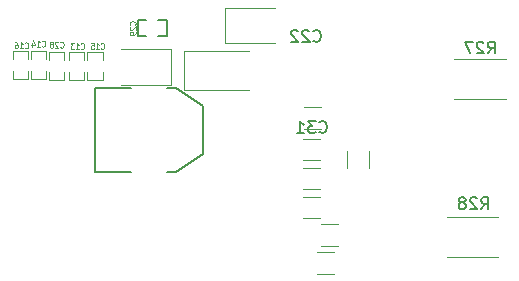
<source format=gbr>
%TF.GenerationSoftware,KiCad,Pcbnew,9.0.2*%
%TF.CreationDate,2025-10-22T09:47:41+03:00*%
%TF.ProjectId,aair_gimb_pcb,61616972-5f67-4696-9d62-5f7063622e6b,rev?*%
%TF.SameCoordinates,Original*%
%TF.FileFunction,Legend,Bot*%
%TF.FilePolarity,Positive*%
%FSLAX46Y46*%
G04 Gerber Fmt 4.6, Leading zero omitted, Abs format (unit mm)*
G04 Created by KiCad (PCBNEW 9.0.2) date 2025-10-22 09:47:41*
%MOMM*%
%LPD*%
G01*
G04 APERTURE LIST*
%ADD10C,0.114300*%
%ADD11C,0.150000*%
%ADD12C,0.120000*%
%ADD13C,0.127000*%
%ADD14C,0.119380*%
%ADD15C,0.203200*%
G04 APERTURE END LIST*
D10*
X155130886Y-67280085D02*
X155154714Y-67258313D01*
X155154714Y-67258313D02*
X155178541Y-67192999D01*
X155178541Y-67192999D02*
X155178541Y-67149456D01*
X155178541Y-67149456D02*
X155154714Y-67084142D01*
X155154714Y-67084142D02*
X155107058Y-67040599D01*
X155107058Y-67040599D02*
X155059403Y-67018828D01*
X155059403Y-67018828D02*
X154964093Y-66997056D01*
X154964093Y-66997056D02*
X154892610Y-66997056D01*
X154892610Y-66997056D02*
X154797299Y-67018828D01*
X154797299Y-67018828D02*
X154749644Y-67040599D01*
X154749644Y-67040599D02*
X154701989Y-67084142D01*
X154701989Y-67084142D02*
X154678161Y-67149456D01*
X154678161Y-67149456D02*
X154678161Y-67192999D01*
X154678161Y-67192999D02*
X154701989Y-67258313D01*
X154701989Y-67258313D02*
X154725816Y-67280085D01*
X154725816Y-67454256D02*
X154701989Y-67476028D01*
X154701989Y-67476028D02*
X154678161Y-67519571D01*
X154678161Y-67519571D02*
X154678161Y-67628428D01*
X154678161Y-67628428D02*
X154701989Y-67671971D01*
X154701989Y-67671971D02*
X154725816Y-67693742D01*
X154725816Y-67693742D02*
X154773472Y-67715513D01*
X154773472Y-67715513D02*
X154821127Y-67715513D01*
X154821127Y-67715513D02*
X154892610Y-67693742D01*
X154892610Y-67693742D02*
X155178541Y-67432485D01*
X155178541Y-67432485D02*
X155178541Y-67715513D01*
X155178541Y-67933228D02*
X155178541Y-68020314D01*
X155178541Y-68020314D02*
X155154714Y-68063857D01*
X155154714Y-68063857D02*
X155130886Y-68085628D01*
X155130886Y-68085628D02*
X155059403Y-68129171D01*
X155059403Y-68129171D02*
X154964093Y-68150942D01*
X154964093Y-68150942D02*
X154773472Y-68150942D01*
X154773472Y-68150942D02*
X154725816Y-68129171D01*
X154725816Y-68129171D02*
X154701989Y-68107400D01*
X154701989Y-68107400D02*
X154678161Y-68063857D01*
X154678161Y-68063857D02*
X154678161Y-67976771D01*
X154678161Y-67976771D02*
X154701989Y-67933228D01*
X154701989Y-67933228D02*
X154725816Y-67911457D01*
X154725816Y-67911457D02*
X154773472Y-67889685D01*
X154773472Y-67889685D02*
X154892610Y-67889685D01*
X154892610Y-67889685D02*
X154940265Y-67911457D01*
X154940265Y-67911457D02*
X154964093Y-67933228D01*
X154964093Y-67933228D02*
X154987920Y-67976771D01*
X154987920Y-67976771D02*
X154987920Y-68063857D01*
X154987920Y-68063857D02*
X154964093Y-68107400D01*
X154964093Y-68107400D02*
X154940265Y-68129171D01*
X154940265Y-68129171D02*
X154892610Y-68150942D01*
D11*
X184442857Y-82904819D02*
X184776190Y-82428628D01*
X185014285Y-82904819D02*
X185014285Y-81904819D01*
X185014285Y-81904819D02*
X184633333Y-81904819D01*
X184633333Y-81904819D02*
X184538095Y-81952438D01*
X184538095Y-81952438D02*
X184490476Y-82000057D01*
X184490476Y-82000057D02*
X184442857Y-82095295D01*
X184442857Y-82095295D02*
X184442857Y-82238152D01*
X184442857Y-82238152D02*
X184490476Y-82333390D01*
X184490476Y-82333390D02*
X184538095Y-82381009D01*
X184538095Y-82381009D02*
X184633333Y-82428628D01*
X184633333Y-82428628D02*
X185014285Y-82428628D01*
X184061904Y-82000057D02*
X184014285Y-81952438D01*
X184014285Y-81952438D02*
X183919047Y-81904819D01*
X183919047Y-81904819D02*
X183680952Y-81904819D01*
X183680952Y-81904819D02*
X183585714Y-81952438D01*
X183585714Y-81952438D02*
X183538095Y-82000057D01*
X183538095Y-82000057D02*
X183490476Y-82095295D01*
X183490476Y-82095295D02*
X183490476Y-82190533D01*
X183490476Y-82190533D02*
X183538095Y-82333390D01*
X183538095Y-82333390D02*
X184109523Y-82904819D01*
X184109523Y-82904819D02*
X183490476Y-82904819D01*
X182919047Y-82333390D02*
X183014285Y-82285771D01*
X183014285Y-82285771D02*
X183061904Y-82238152D01*
X183061904Y-82238152D02*
X183109523Y-82142914D01*
X183109523Y-82142914D02*
X183109523Y-82095295D01*
X183109523Y-82095295D02*
X183061904Y-82000057D01*
X183061904Y-82000057D02*
X183014285Y-81952438D01*
X183014285Y-81952438D02*
X182919047Y-81904819D01*
X182919047Y-81904819D02*
X182728571Y-81904819D01*
X182728571Y-81904819D02*
X182633333Y-81952438D01*
X182633333Y-81952438D02*
X182585714Y-82000057D01*
X182585714Y-82000057D02*
X182538095Y-82095295D01*
X182538095Y-82095295D02*
X182538095Y-82142914D01*
X182538095Y-82142914D02*
X182585714Y-82238152D01*
X182585714Y-82238152D02*
X182633333Y-82285771D01*
X182633333Y-82285771D02*
X182728571Y-82333390D01*
X182728571Y-82333390D02*
X182919047Y-82333390D01*
X182919047Y-82333390D02*
X183014285Y-82381009D01*
X183014285Y-82381009D02*
X183061904Y-82428628D01*
X183061904Y-82428628D02*
X183109523Y-82523866D01*
X183109523Y-82523866D02*
X183109523Y-82714342D01*
X183109523Y-82714342D02*
X183061904Y-82809580D01*
X183061904Y-82809580D02*
X183014285Y-82857200D01*
X183014285Y-82857200D02*
X182919047Y-82904819D01*
X182919047Y-82904819D02*
X182728571Y-82904819D01*
X182728571Y-82904819D02*
X182633333Y-82857200D01*
X182633333Y-82857200D02*
X182585714Y-82809580D01*
X182585714Y-82809580D02*
X182538095Y-82714342D01*
X182538095Y-82714342D02*
X182538095Y-82523866D01*
X182538095Y-82523866D02*
X182585714Y-82428628D01*
X182585714Y-82428628D02*
X182633333Y-82381009D01*
X182633333Y-82381009D02*
X182728571Y-82333390D01*
D10*
X145793914Y-69242685D02*
X145815686Y-69266876D01*
X145815686Y-69266876D02*
X145881000Y-69291066D01*
X145881000Y-69291066D02*
X145924543Y-69291066D01*
X145924543Y-69291066D02*
X145989857Y-69266876D01*
X145989857Y-69266876D02*
X146033400Y-69218495D01*
X146033400Y-69218495D02*
X146055171Y-69170114D01*
X146055171Y-69170114D02*
X146076943Y-69073352D01*
X146076943Y-69073352D02*
X146076943Y-69000780D01*
X146076943Y-69000780D02*
X146055171Y-68904018D01*
X146055171Y-68904018D02*
X146033400Y-68855637D01*
X146033400Y-68855637D02*
X145989857Y-68807256D01*
X145989857Y-68807256D02*
X145924543Y-68783066D01*
X145924543Y-68783066D02*
X145881000Y-68783066D01*
X145881000Y-68783066D02*
X145815686Y-68807256D01*
X145815686Y-68807256D02*
X145793914Y-68831447D01*
X145358486Y-69291066D02*
X145619743Y-69291066D01*
X145489114Y-69291066D02*
X145489114Y-68783066D01*
X145489114Y-68783066D02*
X145532657Y-68855637D01*
X145532657Y-68855637D02*
X145576200Y-68904018D01*
X145576200Y-68904018D02*
X145619743Y-68928209D01*
X144966600Y-68783066D02*
X145053685Y-68783066D01*
X145053685Y-68783066D02*
X145097228Y-68807256D01*
X145097228Y-68807256D02*
X145119000Y-68831447D01*
X145119000Y-68831447D02*
X145162542Y-68904018D01*
X145162542Y-68904018D02*
X145184314Y-69000780D01*
X145184314Y-69000780D02*
X145184314Y-69194304D01*
X145184314Y-69194304D02*
X145162542Y-69242685D01*
X145162542Y-69242685D02*
X145140771Y-69266876D01*
X145140771Y-69266876D02*
X145097228Y-69291066D01*
X145097228Y-69291066D02*
X145010142Y-69291066D01*
X145010142Y-69291066D02*
X144966600Y-69266876D01*
X144966600Y-69266876D02*
X144944828Y-69242685D01*
X144944828Y-69242685D02*
X144923057Y-69194304D01*
X144923057Y-69194304D02*
X144923057Y-69073352D01*
X144923057Y-69073352D02*
X144944828Y-69024971D01*
X144944828Y-69024971D02*
X144966600Y-69000780D01*
X144966600Y-69000780D02*
X145010142Y-68976590D01*
X145010142Y-68976590D02*
X145097228Y-68976590D01*
X145097228Y-68976590D02*
X145140771Y-69000780D01*
X145140771Y-69000780D02*
X145162542Y-69024971D01*
X145162542Y-69024971D02*
X145184314Y-69073352D01*
D11*
X170232857Y-68659580D02*
X170280476Y-68707200D01*
X170280476Y-68707200D02*
X170423333Y-68754819D01*
X170423333Y-68754819D02*
X170518571Y-68754819D01*
X170518571Y-68754819D02*
X170661428Y-68707200D01*
X170661428Y-68707200D02*
X170756666Y-68611961D01*
X170756666Y-68611961D02*
X170804285Y-68516723D01*
X170804285Y-68516723D02*
X170851904Y-68326247D01*
X170851904Y-68326247D02*
X170851904Y-68183390D01*
X170851904Y-68183390D02*
X170804285Y-67992914D01*
X170804285Y-67992914D02*
X170756666Y-67897676D01*
X170756666Y-67897676D02*
X170661428Y-67802438D01*
X170661428Y-67802438D02*
X170518571Y-67754819D01*
X170518571Y-67754819D02*
X170423333Y-67754819D01*
X170423333Y-67754819D02*
X170280476Y-67802438D01*
X170280476Y-67802438D02*
X170232857Y-67850057D01*
X169851904Y-67850057D02*
X169804285Y-67802438D01*
X169804285Y-67802438D02*
X169709047Y-67754819D01*
X169709047Y-67754819D02*
X169470952Y-67754819D01*
X169470952Y-67754819D02*
X169375714Y-67802438D01*
X169375714Y-67802438D02*
X169328095Y-67850057D01*
X169328095Y-67850057D02*
X169280476Y-67945295D01*
X169280476Y-67945295D02*
X169280476Y-68040533D01*
X169280476Y-68040533D02*
X169328095Y-68183390D01*
X169328095Y-68183390D02*
X169899523Y-68754819D01*
X169899523Y-68754819D02*
X169280476Y-68754819D01*
X168899523Y-67850057D02*
X168851904Y-67802438D01*
X168851904Y-67802438D02*
X168756666Y-67754819D01*
X168756666Y-67754819D02*
X168518571Y-67754819D01*
X168518571Y-67754819D02*
X168423333Y-67802438D01*
X168423333Y-67802438D02*
X168375714Y-67850057D01*
X168375714Y-67850057D02*
X168328095Y-67945295D01*
X168328095Y-67945295D02*
X168328095Y-68040533D01*
X168328095Y-68040533D02*
X168375714Y-68183390D01*
X168375714Y-68183390D02*
X168947142Y-68754819D01*
X168947142Y-68754819D02*
X168328095Y-68754819D01*
D10*
X150543914Y-69304685D02*
X150565686Y-69328876D01*
X150565686Y-69328876D02*
X150631000Y-69353066D01*
X150631000Y-69353066D02*
X150674543Y-69353066D01*
X150674543Y-69353066D02*
X150739857Y-69328876D01*
X150739857Y-69328876D02*
X150783400Y-69280495D01*
X150783400Y-69280495D02*
X150805171Y-69232114D01*
X150805171Y-69232114D02*
X150826943Y-69135352D01*
X150826943Y-69135352D02*
X150826943Y-69062780D01*
X150826943Y-69062780D02*
X150805171Y-68966018D01*
X150805171Y-68966018D02*
X150783400Y-68917637D01*
X150783400Y-68917637D02*
X150739857Y-68869256D01*
X150739857Y-68869256D02*
X150674543Y-68845066D01*
X150674543Y-68845066D02*
X150631000Y-68845066D01*
X150631000Y-68845066D02*
X150565686Y-68869256D01*
X150565686Y-68869256D02*
X150543914Y-68893447D01*
X150108486Y-69353066D02*
X150369743Y-69353066D01*
X150239114Y-69353066D02*
X150239114Y-68845066D01*
X150239114Y-68845066D02*
X150282657Y-68917637D01*
X150282657Y-68917637D02*
X150326200Y-68966018D01*
X150326200Y-68966018D02*
X150369743Y-68990209D01*
X149956085Y-68845066D02*
X149673057Y-68845066D01*
X149673057Y-68845066D02*
X149825457Y-69038590D01*
X149825457Y-69038590D02*
X149760142Y-69038590D01*
X149760142Y-69038590D02*
X149716600Y-69062780D01*
X149716600Y-69062780D02*
X149694828Y-69086971D01*
X149694828Y-69086971D02*
X149673057Y-69135352D01*
X149673057Y-69135352D02*
X149673057Y-69256304D01*
X149673057Y-69256304D02*
X149694828Y-69304685D01*
X149694828Y-69304685D02*
X149716600Y-69328876D01*
X149716600Y-69328876D02*
X149760142Y-69353066D01*
X149760142Y-69353066D02*
X149890771Y-69353066D01*
X149890771Y-69353066D02*
X149934314Y-69328876D01*
X149934314Y-69328876D02*
X149956085Y-69304685D01*
D11*
X170742857Y-76359580D02*
X170790476Y-76407200D01*
X170790476Y-76407200D02*
X170933333Y-76454819D01*
X170933333Y-76454819D02*
X171028571Y-76454819D01*
X171028571Y-76454819D02*
X171171428Y-76407200D01*
X171171428Y-76407200D02*
X171266666Y-76311961D01*
X171266666Y-76311961D02*
X171314285Y-76216723D01*
X171314285Y-76216723D02*
X171361904Y-76026247D01*
X171361904Y-76026247D02*
X171361904Y-75883390D01*
X171361904Y-75883390D02*
X171314285Y-75692914D01*
X171314285Y-75692914D02*
X171266666Y-75597676D01*
X171266666Y-75597676D02*
X171171428Y-75502438D01*
X171171428Y-75502438D02*
X171028571Y-75454819D01*
X171028571Y-75454819D02*
X170933333Y-75454819D01*
X170933333Y-75454819D02*
X170790476Y-75502438D01*
X170790476Y-75502438D02*
X170742857Y-75550057D01*
X170409523Y-75454819D02*
X169790476Y-75454819D01*
X169790476Y-75454819D02*
X170123809Y-75835771D01*
X170123809Y-75835771D02*
X169980952Y-75835771D01*
X169980952Y-75835771D02*
X169885714Y-75883390D01*
X169885714Y-75883390D02*
X169838095Y-75931009D01*
X169838095Y-75931009D02*
X169790476Y-76026247D01*
X169790476Y-76026247D02*
X169790476Y-76264342D01*
X169790476Y-76264342D02*
X169838095Y-76359580D01*
X169838095Y-76359580D02*
X169885714Y-76407200D01*
X169885714Y-76407200D02*
X169980952Y-76454819D01*
X169980952Y-76454819D02*
X170266666Y-76454819D01*
X170266666Y-76454819D02*
X170361904Y-76407200D01*
X170361904Y-76407200D02*
X170409523Y-76359580D01*
X168838095Y-76454819D02*
X169409523Y-76454819D01*
X169123809Y-76454819D02*
X169123809Y-75454819D01*
X169123809Y-75454819D02*
X169219047Y-75597676D01*
X169219047Y-75597676D02*
X169314285Y-75692914D01*
X169314285Y-75692914D02*
X169409523Y-75740533D01*
D10*
X147243914Y-69092685D02*
X147265686Y-69116876D01*
X147265686Y-69116876D02*
X147331000Y-69141066D01*
X147331000Y-69141066D02*
X147374543Y-69141066D01*
X147374543Y-69141066D02*
X147439857Y-69116876D01*
X147439857Y-69116876D02*
X147483400Y-69068495D01*
X147483400Y-69068495D02*
X147505171Y-69020114D01*
X147505171Y-69020114D02*
X147526943Y-68923352D01*
X147526943Y-68923352D02*
X147526943Y-68850780D01*
X147526943Y-68850780D02*
X147505171Y-68754018D01*
X147505171Y-68754018D02*
X147483400Y-68705637D01*
X147483400Y-68705637D02*
X147439857Y-68657256D01*
X147439857Y-68657256D02*
X147374543Y-68633066D01*
X147374543Y-68633066D02*
X147331000Y-68633066D01*
X147331000Y-68633066D02*
X147265686Y-68657256D01*
X147265686Y-68657256D02*
X147243914Y-68681447D01*
X146808486Y-69141066D02*
X147069743Y-69141066D01*
X146939114Y-69141066D02*
X146939114Y-68633066D01*
X146939114Y-68633066D02*
X146982657Y-68705637D01*
X146982657Y-68705637D02*
X147026200Y-68754018D01*
X147026200Y-68754018D02*
X147069743Y-68778209D01*
X146416600Y-68802399D02*
X146416600Y-69141066D01*
X146525457Y-68608876D02*
X146634314Y-68971733D01*
X146634314Y-68971733D02*
X146351285Y-68971733D01*
D11*
X184992857Y-69724819D02*
X185326190Y-69248628D01*
X185564285Y-69724819D02*
X185564285Y-68724819D01*
X185564285Y-68724819D02*
X185183333Y-68724819D01*
X185183333Y-68724819D02*
X185088095Y-68772438D01*
X185088095Y-68772438D02*
X185040476Y-68820057D01*
X185040476Y-68820057D02*
X184992857Y-68915295D01*
X184992857Y-68915295D02*
X184992857Y-69058152D01*
X184992857Y-69058152D02*
X185040476Y-69153390D01*
X185040476Y-69153390D02*
X185088095Y-69201009D01*
X185088095Y-69201009D02*
X185183333Y-69248628D01*
X185183333Y-69248628D02*
X185564285Y-69248628D01*
X184611904Y-68820057D02*
X184564285Y-68772438D01*
X184564285Y-68772438D02*
X184469047Y-68724819D01*
X184469047Y-68724819D02*
X184230952Y-68724819D01*
X184230952Y-68724819D02*
X184135714Y-68772438D01*
X184135714Y-68772438D02*
X184088095Y-68820057D01*
X184088095Y-68820057D02*
X184040476Y-68915295D01*
X184040476Y-68915295D02*
X184040476Y-69010533D01*
X184040476Y-69010533D02*
X184088095Y-69153390D01*
X184088095Y-69153390D02*
X184659523Y-69724819D01*
X184659523Y-69724819D02*
X184040476Y-69724819D01*
X183707142Y-68724819D02*
X183040476Y-68724819D01*
X183040476Y-68724819D02*
X183469047Y-69724819D01*
D10*
X148793914Y-69192685D02*
X148815686Y-69216876D01*
X148815686Y-69216876D02*
X148881000Y-69241066D01*
X148881000Y-69241066D02*
X148924543Y-69241066D01*
X148924543Y-69241066D02*
X148989857Y-69216876D01*
X148989857Y-69216876D02*
X149033400Y-69168495D01*
X149033400Y-69168495D02*
X149055171Y-69120114D01*
X149055171Y-69120114D02*
X149076943Y-69023352D01*
X149076943Y-69023352D02*
X149076943Y-68950780D01*
X149076943Y-68950780D02*
X149055171Y-68854018D01*
X149055171Y-68854018D02*
X149033400Y-68805637D01*
X149033400Y-68805637D02*
X148989857Y-68757256D01*
X148989857Y-68757256D02*
X148924543Y-68733066D01*
X148924543Y-68733066D02*
X148881000Y-68733066D01*
X148881000Y-68733066D02*
X148815686Y-68757256D01*
X148815686Y-68757256D02*
X148793914Y-68781447D01*
X148619743Y-68781447D02*
X148597971Y-68757256D01*
X148597971Y-68757256D02*
X148554429Y-68733066D01*
X148554429Y-68733066D02*
X148445571Y-68733066D01*
X148445571Y-68733066D02*
X148402029Y-68757256D01*
X148402029Y-68757256D02*
X148380257Y-68781447D01*
X148380257Y-68781447D02*
X148358486Y-68829828D01*
X148358486Y-68829828D02*
X148358486Y-68878209D01*
X148358486Y-68878209D02*
X148380257Y-68950780D01*
X148380257Y-68950780D02*
X148641514Y-69241066D01*
X148641514Y-69241066D02*
X148358486Y-69241066D01*
X148097228Y-68950780D02*
X148140771Y-68926590D01*
X148140771Y-68926590D02*
X148162542Y-68902399D01*
X148162542Y-68902399D02*
X148184314Y-68854018D01*
X148184314Y-68854018D02*
X148184314Y-68829828D01*
X148184314Y-68829828D02*
X148162542Y-68781447D01*
X148162542Y-68781447D02*
X148140771Y-68757256D01*
X148140771Y-68757256D02*
X148097228Y-68733066D01*
X148097228Y-68733066D02*
X148010142Y-68733066D01*
X148010142Y-68733066D02*
X147966600Y-68757256D01*
X147966600Y-68757256D02*
X147944828Y-68781447D01*
X147944828Y-68781447D02*
X147923057Y-68829828D01*
X147923057Y-68829828D02*
X147923057Y-68854018D01*
X147923057Y-68854018D02*
X147944828Y-68902399D01*
X147944828Y-68902399D02*
X147966600Y-68926590D01*
X147966600Y-68926590D02*
X148010142Y-68950780D01*
X148010142Y-68950780D02*
X148097228Y-68950780D01*
X148097228Y-68950780D02*
X148140771Y-68974971D01*
X148140771Y-68974971D02*
X148162542Y-68999161D01*
X148162542Y-68999161D02*
X148184314Y-69047542D01*
X148184314Y-69047542D02*
X148184314Y-69144304D01*
X148184314Y-69144304D02*
X148162542Y-69192685D01*
X148162542Y-69192685D02*
X148140771Y-69216876D01*
X148140771Y-69216876D02*
X148097228Y-69241066D01*
X148097228Y-69241066D02*
X148010142Y-69241066D01*
X148010142Y-69241066D02*
X147966600Y-69216876D01*
X147966600Y-69216876D02*
X147944828Y-69192685D01*
X147944828Y-69192685D02*
X147923057Y-69144304D01*
X147923057Y-69144304D02*
X147923057Y-69047542D01*
X147923057Y-69047542D02*
X147944828Y-68999161D01*
X147944828Y-68999161D02*
X147966600Y-68974971D01*
X147966600Y-68974971D02*
X148010142Y-68950780D01*
X152243914Y-69292685D02*
X152265686Y-69316876D01*
X152265686Y-69316876D02*
X152331000Y-69341066D01*
X152331000Y-69341066D02*
X152374543Y-69341066D01*
X152374543Y-69341066D02*
X152439857Y-69316876D01*
X152439857Y-69316876D02*
X152483400Y-69268495D01*
X152483400Y-69268495D02*
X152505171Y-69220114D01*
X152505171Y-69220114D02*
X152526943Y-69123352D01*
X152526943Y-69123352D02*
X152526943Y-69050780D01*
X152526943Y-69050780D02*
X152505171Y-68954018D01*
X152505171Y-68954018D02*
X152483400Y-68905637D01*
X152483400Y-68905637D02*
X152439857Y-68857256D01*
X152439857Y-68857256D02*
X152374543Y-68833066D01*
X152374543Y-68833066D02*
X152331000Y-68833066D01*
X152331000Y-68833066D02*
X152265686Y-68857256D01*
X152265686Y-68857256D02*
X152243914Y-68881447D01*
X151808486Y-69341066D02*
X152069743Y-69341066D01*
X151939114Y-69341066D02*
X151939114Y-68833066D01*
X151939114Y-68833066D02*
X151982657Y-68905637D01*
X151982657Y-68905637D02*
X152026200Y-68954018D01*
X152026200Y-68954018D02*
X152069743Y-68978209D01*
X151394828Y-68833066D02*
X151612542Y-68833066D01*
X151612542Y-68833066D02*
X151634314Y-69074971D01*
X151634314Y-69074971D02*
X151612542Y-69050780D01*
X151612542Y-69050780D02*
X151569000Y-69026590D01*
X151569000Y-69026590D02*
X151460142Y-69026590D01*
X151460142Y-69026590D02*
X151416600Y-69050780D01*
X151416600Y-69050780D02*
X151394828Y-69074971D01*
X151394828Y-69074971D02*
X151373057Y-69123352D01*
X151373057Y-69123352D02*
X151373057Y-69244304D01*
X151373057Y-69244304D02*
X151394828Y-69292685D01*
X151394828Y-69292685D02*
X151416600Y-69316876D01*
X151416600Y-69316876D02*
X151460142Y-69341066D01*
X151460142Y-69341066D02*
X151569000Y-69341066D01*
X151569000Y-69341066D02*
X151612542Y-69316876D01*
X151612542Y-69316876D02*
X151634314Y-69292685D01*
D12*
%TO.C,C33*%
X170811252Y-81840000D02*
X169388748Y-81840000D01*
X170811252Y-83660000D02*
X169388748Y-83660000D01*
%TO.C,C36*%
X173090000Y-79386252D02*
X173090000Y-77963748D01*
X174910000Y-79386252D02*
X174910000Y-77963748D01*
D13*
%TO.C,C29*%
X155381500Y-66851500D02*
X155381500Y-68248500D01*
X155381500Y-66851500D02*
X156087620Y-66851500D01*
X155381500Y-68248500D02*
X156087620Y-68248500D01*
X157088380Y-66851500D02*
X157794500Y-66851500D01*
X157794500Y-66851500D02*
X157794500Y-68248500D01*
X157794500Y-68248500D02*
X157088380Y-68248500D01*
D12*
%TO.C,R28*%
X185877064Y-83540000D02*
X181522936Y-83540000D01*
X185877064Y-86960000D02*
X181522936Y-86960000D01*
D14*
%TO.C,C16*%
X144799760Y-69513120D02*
X144799760Y-70211620D01*
X144799760Y-71212380D02*
X144799760Y-71910880D01*
X144815000Y-71910880D02*
X146085000Y-71910880D01*
X146085000Y-69513120D02*
X144815000Y-69513120D01*
X146100240Y-70211620D02*
X146100240Y-69513120D01*
X146100240Y-71212380D02*
X146100240Y-71910880D01*
D12*
%TO.C,D1*%
X159240000Y-69500000D02*
X164750000Y-69500000D01*
X159240000Y-72800000D02*
X159240000Y-69500000D01*
X159240000Y-72800000D02*
X164750000Y-72800000D01*
%TO.C,C22*%
X162730000Y-65840000D02*
X166950000Y-65840000D01*
X162730000Y-68860000D02*
X162730000Y-65840000D01*
X166950000Y-68860000D02*
X162730000Y-68860000D01*
D14*
%TO.C,C13*%
X149499760Y-69575120D02*
X149499760Y-70273620D01*
X149499760Y-71274380D02*
X149499760Y-71972880D01*
X149515000Y-71972880D02*
X150785000Y-71972880D01*
X150785000Y-69575120D02*
X149515000Y-69575120D01*
X150800240Y-70273620D02*
X150800240Y-69575120D01*
X150800240Y-71274380D02*
X150800240Y-71972880D01*
D15*
%TO.C,U3*%
X151726000Y-72644000D02*
X154774000Y-72644000D01*
X151726000Y-79756000D02*
X151726000Y-72644000D01*
X154774000Y-79756000D02*
X151726000Y-79756000D01*
X157822000Y-79756000D02*
X158584000Y-79756000D01*
X158584000Y-72644000D02*
X157822000Y-72644000D01*
X158584000Y-79756000D02*
X160870000Y-78232000D01*
X160870000Y-74168000D02*
X158584000Y-72644000D01*
X160870000Y-78232000D02*
X160870000Y-74168000D01*
D12*
%TO.C,C31*%
X170811252Y-76940000D02*
X169388748Y-76940000D01*
X170811252Y-78760000D02*
X169388748Y-78760000D01*
%TO.C,C35*%
X171961252Y-86540000D02*
X170538748Y-86540000D01*
X171961252Y-88360000D02*
X170538748Y-88360000D01*
%TO.C,C27*%
X169438748Y-74290000D02*
X170861252Y-74290000D01*
X169438748Y-76110000D02*
X170861252Y-76110000D01*
D14*
%TO.C,C14*%
X146299760Y-69513120D02*
X146299760Y-70211620D01*
X146299760Y-71212380D02*
X146299760Y-71910880D01*
X146315000Y-71910880D02*
X147585000Y-71910880D01*
X147585000Y-69513120D02*
X146315000Y-69513120D01*
X147600240Y-70211620D02*
X147600240Y-69513120D01*
X147600240Y-71212380D02*
X147600240Y-71910880D01*
D12*
%TO.C,C30*%
X153960000Y-69340000D02*
X158180000Y-69340000D01*
X158180000Y-69340000D02*
X158180000Y-72360000D01*
X158180000Y-72360000D02*
X153960000Y-72360000D01*
%TO.C,R27*%
X186527064Y-70190000D02*
X182172936Y-70190000D01*
X186527064Y-73610000D02*
X182172936Y-73610000D01*
D14*
%TO.C,C28*%
X147849760Y-69563120D02*
X147849760Y-70261620D01*
X147849760Y-71262380D02*
X147849760Y-71960880D01*
X147865000Y-71960880D02*
X149135000Y-71960880D01*
X149135000Y-69563120D02*
X147865000Y-69563120D01*
X149150240Y-70261620D02*
X149150240Y-69563120D01*
X149150240Y-71262380D02*
X149150240Y-71960880D01*
%TO.C,C15*%
X151099760Y-69601120D02*
X151099760Y-70299620D01*
X151099760Y-71300380D02*
X151099760Y-71998880D01*
X151115000Y-71998880D02*
X152385000Y-71998880D01*
X152385000Y-69601120D02*
X151115000Y-69601120D01*
X152400240Y-70299620D02*
X152400240Y-69601120D01*
X152400240Y-71300380D02*
X152400240Y-71998880D01*
D12*
%TO.C,C34*%
X172311252Y-84190000D02*
X170888748Y-84190000D01*
X172311252Y-86010000D02*
X170888748Y-86010000D01*
%TO.C,C32*%
X170811252Y-79390000D02*
X169388748Y-79390000D01*
X170811252Y-81210000D02*
X169388748Y-81210000D01*
%TD*%
M02*

</source>
